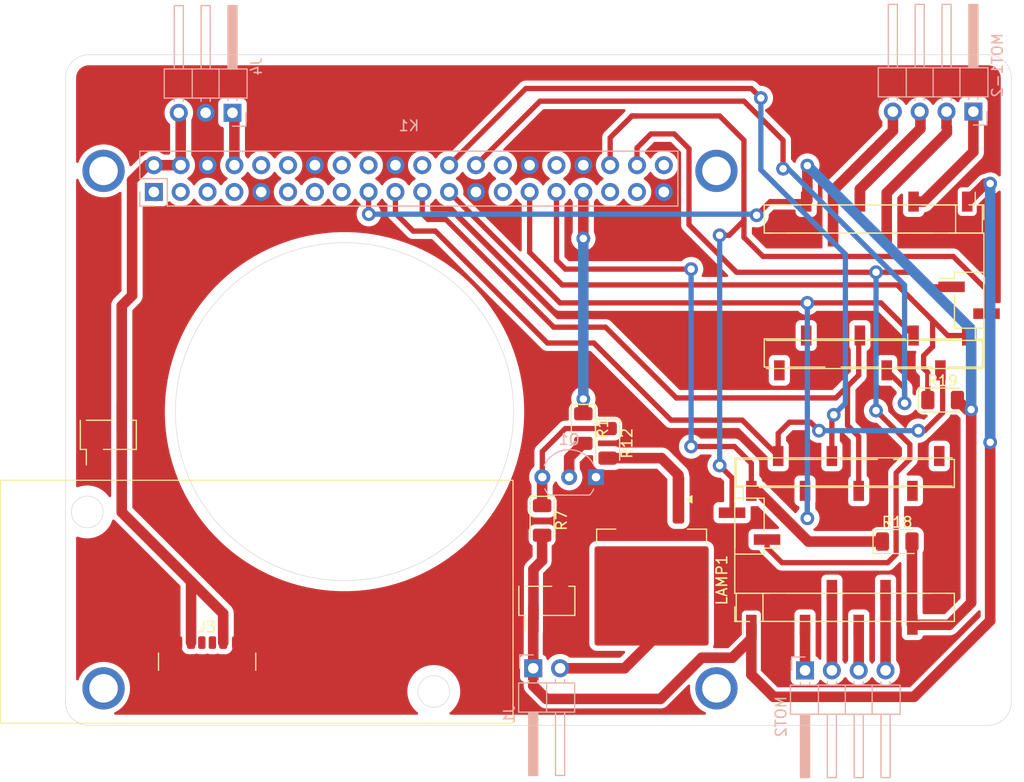
<source format=kicad_pcb>
(kicad_pcb (version 20241229) (generator "pcbnew") (generator_version "9.0")
  (layers (0 "F.Cu" signal) (2 "B.Cu" signal) (13 "F.Paste" user) (15 "B.Paste" user) (5 "F.SilkS" user "F.Silkscreen") (7 "B.SilkS" user "B.Silkscreen") (1 "F.Mask" user) (3 "B.Mask" user) (25 "Edge.Cuts" user))
  (net 0 "")
  (net 1 "GND")
  (net 2 "+3V3")
  (net 3 "+12V")
  (net 4 "/GPIO23")
  (net 5 "Net-(CTRL1-A2)")
  (net 7 "/SPI0_MOSI")
  (net 8 "/GPIO20")
  (net 10 "Net-(CTRL1-B2)")
  (net 11 "/GPIO16")
  (net 12 "/SPI0_CE0")
  (net 13 "Net-(CTRL1-A1)")
  (net 14 "Net-(CTRL1-B1)")
  (net 15 "/GPIO5")
  (net 16 "/SPI0_CE1")
  (net 17 "/I2C1_SDA")
  (net 18 "/GPIO22")
  (net 19 "/I2C1_SCL")
  (net 20 "/GPIO18{slash}PWM0")
  (net 21 "/EEPROM_SDA")
  (net 22 "/SPI0_MISO")
  (net 23 "/SPI0_SCLK")
  (net 24 "LAMP")
  (net 25 "/GPIO6")
  (net 27 "/UART_TX")
  (net 28 "/GPIO17")
  (net 29 "/EEPROM_SCL")
  (net 30 "/GPIO4")
  (net 31 "/GPIO21")
  (net 32 "/GPIO19")
  (net 33 "/UART_RX")
  (net 34 "/GPIO27")
  (net 35 "/GPIO13{slash}PWM1")
  (net 36 "/GPIO26")
  (net 37 "+5V{slash}1")
  (net 38 "/GPIO24")
  (net 39 "/GPIO25")
  (net 40 "/GPIO12{slash}PWM0")
  (net 41 "Net-(LAMP1-G)")
  (net 42 "Net-(Q1-B)")
  (net 43 "Net-(Q1-C)")
  (net 46 "Net-(CTRL2-B1)")
  (net 47 "Net-(CTRL2-B2)")
  (net 50 "Net-(CTRL2-A2)")
  (net 51 "Net-(CTRL2-A1)")
  (footprint "Diode_SMD:D_1206_3216Metric" (layer "F.Cu") (at 116.8 70.5 -90)
    (property "Reference" "R12" (at 0 -1.83 90) (layer "F.SilkS"))
    (property "Value" "100")
    (pad "1" smd roundrect (at -1.4 0 270) (size 1.25 1.75) (layers "F.Cu" "F.Mask" "F.Paste") (roundrect_rratio 0.2) (net 43 "Net-(Q1-C)"))
    (pad "2" smd roundrect (at 1.4 0 270) (size 1.25 1.75) (layers "F.Cu" "F.Mask" "F.Paste") (roundrect_rratio 0.2) (net 41 "Net-(LAMP1-G)"))
  )
  (footprint "Diode_SMD:D_1206_3216Metric" (layer "F.Cu") (at 144.2 79.8)
    (property "Reference" "R18" (at 0 -1.83 0) (layer "F.SilkS"))
    (property "Value" "10k")
    (pad "1" smd roundrect (at -1.4 0) (size 1.25 1.75) (layers "F.Cu" "F.Mask" "F.Paste") (roundrect_rratio 0.2) (net 25 "/GPIO6"))
    (pad "2" smd roundrect (at 1.4 0) (size 1.25 1.75) (layers "F.Cu" "F.Mask" "F.Paste") (roundrect_rratio 0.2) (net 2 "+3V3"))
  )
  (footprint "Diode_SMD:D_1206_3216Metric" (layer "F.Cu") (at 114.5 69.1 -90)
    (property "Reference" "R1" (at 0 -1.83 90) (layer "F.SilkS"))
    (property "Value" "4.7k")
    (pad "1" smd roundrect (at -1.4 0 270) (size 1.25 1.75) (layers "F.Cu" "F.Mask" "F.Paste") (roundrect_rratio 0.2) (net 35 "/GPIO13{slash}PWM1"))
    (pad "2" smd roundrect (at 1.4 0 270) (size 1.25 1.75) (layers "F.Cu" "F.Mask" "F.Paste") (roundrect_rratio 0.2) (net 42 "Net-(Q1-B)"))
  )
  (footprint "Diode_SMD:D_1206_3216Metric" (layer "F.Cu") (at 148.5 66.4)
    (property "Reference" "R19" (at 0 -1.83 0) (layer "F.SilkS"))
    (property "Value" "10k")
    (pad "1" smd roundrect (at -1.4 0) (size 1.25 1.75) (layers "F.Cu" "F.Mask" "F.Paste") (roundrect_rratio 0.2) (net 15 "/GPIO5"))
    (pad "2" smd roundrect (at 1.4 0) (size 1.25 1.75) (layers "F.Cu" "F.Mask" "F.Paste") (roundrect_rratio 0.2) (net 2 "+3V3"))
  )
  (footprint "mioss:tmc5160 driver" (layer "F.Cu") (at 139.09 79.88 90)
    (property "Reference" "CTRL1" (hide yes))
    (property "Value" "TMC5160_SILENTSTEPSTICK" (hide yes))
    (pad "1" smd rect (at -7.8 -8.69 90) (size 1.9 1) (layers "F.Cu" "F.Mask" "F.Paste") (net 3 "+12V"))
    (pad "2" smd rect (at -4.5 -6.15 90) (size 1.9 1) (layers "F.Cu" "F.Mask" "F.Paste") (net 1 "GND"))
    (pad "3" smd rect (at -7.8 -3.61 90) (size 1.9 1) (layers "F.Cu" "F.Mask" "F.Paste") (net 5 "Net-(CTRL1-A2)"))
    (pad "4" smd rect (at -4.5 -1.07 90) (size 1.9 1) (layers "F.Cu" "F.Mask" "F.Paste") (net 13 "Net-(CTRL1-A1)"))
    (pad "5" smd rect (at -7.8 1.47 90) (size 1.9 1) (layers "F.Cu" "F.Mask" "F.Paste") (net 10 "Net-(CTRL1-B2)"))
    (pad "6" smd rect (at -4.5 4.01 90) (size 1.9 1) (layers "F.Cu" "F.Mask" "F.Paste") (net 14 "Net-(CTRL1-B1)"))
    (pad "7" smd rect (at -7.8 6.55 90) (size 1.9 1) (layers "F.Cu" "F.Mask" "F.Paste") (net 2 "+3V3"))
    (pad "8" smd rect (at -4.5 9.09 90) (size 1.9 1) (layers "F.Cu" "F.Mask" "F.Paste") (net 1 "GND"))
    (pad "9" smd rect (at 4.88 -8.69 90) (size 1.9 1) (layers "F.Cu" "F.Mask" "F.Paste") (net 25 "/GPIO6"))
    (pad "10" smd rect (at 8.18 -6.15 90) (size 1.9 1) (layers "F.Cu" "F.Mask" "F.Paste") (net 7 "/SPI0_MOSI"))
    (pad "11" smd rect (at 4.88 -3.61 90) (size 1.9 1) (layers "F.Cu" "F.Mask" "F.Paste") (net 23 "/SPI0_SCLK"))
    (pad "12" smd rect (at 8.18 -1.07 90) (size 1.9 1) (layers "F.Cu" "F.Mask" "F.Paste") (net 12 "/SPI0_CE0"))
    (pad "13" smd rect (at 4.88 1.47 90) (size 1.9 1) (layers "F.Cu" "F.Mask" "F.Paste") (net 22 "/SPI0_MISO"))
    (pad "14" smd rect (at 8.18 4.01 90) (size 1.9 1) (layers "F.Cu" "F.Mask" "F.Paste") (net 1 "GND"))
    (pad "15" smd rect (at 4.88 6.55 90) (size 1.9 1) (layers "F.Cu" "F.Mask" "F.Paste"))
    (pad "16" smd rect (at 8.18 9.09 90) (size 1.9 1) (layers "F.Cu" "F.Mask" "F.Paste"))
    (pad "17" smd rect (at 2.81 -10.515 180) (size 2.51 1) (layers "F.Cu" "F.Mask" "F.Paste") (net 11 "/GPIO16"))
    (pad "18" smd rect (at 0.27 -7.205 180) (size 2.51 1) (layers "F.Cu" "F.Mask" "F.Paste") (net 8 "/GPIO20"))
  )
  (footprint "mioss:dc-dc up" (layer "F.Cu") (at 136.85 67.695)
    (property "Reference" "J2" (hide yes))
    (property "Value" "Conn_01x04_Pin" (hide yes))
    (fp_circle (center -69.3 9.3) (end -67.8 9.3) (stroke (width 0.05)) (fill no) (layer "Edge.Cuts"))
    (fp_circle (center -36.5 26.3) (end -35 26.3) (stroke (width 0.05)) (fill no) (layer "Edge.Cuts"))
    (pad "1" smd rect (at -27.07 19.375 90) (size 2.51 1) (layers "F.Cu" "F.Mask" "F.Paste") (net 3 "+12V"))
    (pad "2" smd rect (at -24.53 16.065 90) (size 2.51 1) (layers "F.Cu" "F.Mask" "F.Paste") (net 1 "GND"))
    (pad "3" smd rect (at -68.57 3.655 90) (size 2.51 1) (layers "F.Cu" "F.Mask" "F.Paste") (net 1 "GND"))
    (pad "4" smd rect (at -66.03 0.345 90) (size 2.51 1) (layers "F.Cu" "F.Mask" "F.Paste") (net 37 "+5V{slash}1"))
  )
  (footprint "Package_TO_SOT_SMD:TO-263-2" (layer "F.Cu") (at 120.96 83.45 -90)
    (property "Reference" "LAMP1" (at 0 -6.65 90) (layer "F.SilkS"))
    (property "Value" "IRF540N")
    (pad "1" smd roundrect (at -7.65 -2.54 270) (size 4.6 1.1) (layers "F.Cu" "F.Mask" "F.Paste") (roundrect_rratio 0.227273) (net 41 "Net-(LAMP1-G)"))
    (pad "2" smd roundrect (at 1.5 0 270) (size 9.4 10.8) (layers "F.Cu" "F.Mask") (roundrect_rratio 0.026596) (net 24 "LAMP"))
    (pad "3" smd roundrect (at -7.65 2.54 270) (size 4.6 1.1) (layers "F.Cu" "F.Mask" "F.Paste") (roundrect_rratio 0.227273) (net 1 "GND"))
  )
  (footprint "Connector_USB:USB_C_Receptacle_GCT_USB4135-GF-A_6P_TopMnt_Horizontal" (layer "F.Cu") (at 78.9 92.4)
    (property "Reference" "J3" (at 0 -4.5 0) (layer "F.SilkS"))
    (property "Value" "USB_C_Receptacle_PowerOnly_6P")
    (pad "A5" smd roundrect (at -0.5 -3.0325) (size 0.7 1.2) (layers "F.Cu" "F.Mask" "F.Paste"))
    (pad "A9" smd roundrect (at 1.52 -3.0325 180) (size 0.76 1.2) (layers "F.Cu" "F.Mask" "F.Paste") (net 37 "+5V{slash}1"))
    (pad "A12" smd roundrect (at 2.75 -3.0325 180) (size 0.8 1.2) (layers "F.Cu" "F.Mask" "F.Paste") (net 1 "GND"))
    (pad "B5" smd roundrect (at 0.5 -3.0325 180) (size 0.7 1.2) (layers "F.Cu" "F.Mask" "F.Paste"))
    (pad "B9" smd roundrect (at -1.52 -3.0325) (size 0.76 1.2) (layers "F.Cu" "F.Mask" "F.Paste") (net 37 "+5V{slash}1"))
    (pad "B12" smd roundrect (at -2.75 -3.0325) (size 0.8 1.2) (layers "F.Cu" "F.Mask" "F.Paste") (net 1 "GND"))
    (pad "S1" smd roundrect (at -5.125 -2.9775) (size 1.8 1.35) (layers "F.Cu" "F.Mask" "F.Paste") (roundrect_rratio 0.1851851852) (net 1 "GND"))
    (pad "S1" smd roundrect (at -5.125 0.6025) (size 1.8 1.5) (layers "F.Cu" "F.Mask" "F.Paste") (roundrect_rratio 0.1666666667) (net 1 "GND"))
    (pad "S1" smd roundrect (at 5.125 -2.9775) (size 1.8 1.35) (layers "F.Cu" "F.Mask" "F.Paste") (roundrect_rratio 0.1851851852) (net 1 "GND"))
    (pad "S1" smd roundrect (at 5.125 0.6025) (size 1.8 1.5) (layers "F.Cu" "F.Mask" "F.Paste") (roundrect_rratio 0.1666666667) (net 1 "GND"))
  )
  (footprint "mioss:tmc5160 driver" (layer "F.Cu") (at 142.14 55.41 -90)
    (property "Reference" "CTRL2" (hide yes))
    (property "Value" "TMC5160_SILENTSTEPSTICK" (hide yes))
    (pad "1" smd rect (at -7.8 -8.69 270) (size 1.9 1) (layers "F.Cu" "F.Mask" "F.Paste") (net 3 "+12V"))
    (pad "2" smd rect (at -4.5 -6.15 270) (size 1.9 1) (layers "F.Cu" "F.Mask" "F.Paste") (net 1 "GND"))
    (pad "3" smd rect (at -7.8 -3.61 270) (size 1.9 1) (layers "F.Cu" "F.Mask" "F.Paste") (net 50 "Net-(CTRL2-A2)"))
    (pad "4" smd rect (at -4.5 -1.07 270) (size 1.9 1) (layers "F.Cu" "F.Mask" "F.Paste") (net 51 "Net-(CTRL2-A1)"))
    (pad "5" smd rect (at -7.8 1.47 270) (size 1.9 1) (layers "F.Cu" "F.Mask" "F.Paste") (net 47 "Net-(CTRL2-B2)"))
    (pad "6" smd rect (at -4.5 4.01 270) (size 1.9 1) (layers "F.Cu" "F.Mask" "F.Paste") (net 46 "Net-(CTRL2-B1)"))
    (pad "7" smd rect (at -7.8 6.55 270) (size 1.9 1) (layers "F.Cu" "F.Mask" "F.Paste") (net 2 "+3V3"))
    (pad "8" smd rect (at -4.5 9.09 270) (size 1.9 1) (layers "F.Cu" "F.Mask" "F.Paste") (net 1 "GND"))
    (pad "9" smd rect (at 4.88 -8.69 270) (size 1.9 1) (layers "F.Cu" "F.Mask" "F.Paste") (net 15 "/GPIO5"))
    (pad "10" smd rect (at 8.18 -6.15 270) (size 1.9 1) (layers "F.Cu" "F.Mask" "F.Paste") (net 7 "/SPI0_MOSI"))
    (pad "11" smd rect (at 4.88 -3.61 270) (size 1.9 1) (layers "F.Cu" "F.Mask" "F.Paste") (net 23 "/SPI0_SCLK"))
    (pad "12" smd rect (at 8.18 -1.07 270) (size 1.9 1) (layers "F.Cu" "F.Mask" "F.Paste") (net 16 "/SPI0_CE1"))
    (pad "13" smd rect (at 4.88 1.47 270) (size 1.9 1) (layers "F.Cu" "F.Mask" "F.Paste") (net 22 "/SPI0_MISO"))
    (pad "14" smd rect (at 8.18 4.01 270) (size 1.9 1) (layers "F.Cu" "F.Mask" "F.Paste") (net 1 "GND"))
    (pad "15" smd rect (at 4.88 6.55 270) (size 1.9 1) (layers "F.Cu" "F.Mask" "F.Paste"))
    (pad "16" smd rect (at 8.18 9.09 270) (size 1.9 1) (layers "F.Cu" "F.Mask" "F.Paste"))
    (pad "17" smd rect (at 2.81 -10.515) (size 2.51 1) (layers "F.Cu" "F.Mask" "F.Paste") (net 11 "/GPIO16"))
    (pad "18" smd rect (at 0.27 -7.205) (size 2.51 1) (layers "F.Cu" "F.Mask" "F.Paste") (net 8 "/GPIO20"))
  )
  (footprint "Diode_SMD:D_1206_3216Metric" (layer "F.Cu") (at 110.6 77.8 -90)
    (property "Reference" "R7" (at 0 -1.83 90) (layer "F.SilkS"))
    (property "Value" "10k")
    (pad "1" smd roundrect (at -1.4 0 270) (size 1.25 1.75) (layers "F.Cu" "F.Mask" "F.Paste") (roundrect_rratio 0.2) (net 43 "Net-(Q1-C)"))
    (pad "2" smd roundrect (at 1.4 0 270) (size 1.25 1.75) (layers "F.Cu" "F.Mask" "F.Paste") (roundrect_rratio 0.2) (net 3 "+12V"))
  )
  (footprint "Connector_PinHeader_2.54mm:PinHeader_1x04_P2.54mm_Horizontal" (layer "B.Cu") (at 135.48 92 -90)
    (property "Reference" "MOT2" (at 4.385 2.27 90) (layer "B.SilkS") (effects (justify mirror)))
    (property "Value" "1984633")
    (pad "1" thru_hole rect (at 0 0 270) (size 1.7 1.7) (drill 1) (layers "*.Cu" "*.Mask") (net 5 "Net-(CTRL1-A2)"))
    (pad "2" thru_hole circle (at 0 -2.54 270) (size 1.7 1.7) (drill 1) (layers "*.Cu" "*.Mask") (net 13 "Net-(CTRL1-A1)"))
    (pad "3" thru_hole circle (at 0 -5.08 270) (size 1.7 1.7) (drill 1) (layers "*.Cu" "*.Mask") (net 10 "Net-(CTRL1-B2)"))
    (pad "4" thru_hole circle (at 0 -7.62 270) (size 1.7 1.7) (drill 1) (layers "*.Cu" "*.Mask") (net 14 "Net-(CTRL1-B1)"))
  )
  (footprint "Connector_PinHeader_2.54mm:PinHeader_1x03_P2.54mm_Horizontal" (layer "B.Cu") (at 81.3 39.2 90)
    (property "Reference" "J4" (at 4.385 2.27 90) (layer "B.SilkS") (effects (justify mirror)))
    (property "Value" "FAN")
    (pad "1" thru_hole rect (at 0 0 90) (size 1.7 1.7) (drill 1) (layers "*.Cu" "*.Mask") (net 27 "/UART_TX"))
    (pad "2" thru_hole circle (at 0 -2.54 90) (size 1.7 1.7) (drill 1) (layers "*.Cu" "*.Mask") (net 1 "GND"))
    (pad "3" thru_hole circle (at 0 -5.08 90) (size 1.7 1.7) (drill 1) (layers "*.Cu" "*.Mask") (net 37 "+5V{slash}1"))
  )
  (footprint "Module:Raspberry_Pi_Zero_Socketed_THT_FaceDown_MountingHoles" (layer "B.Cu") (at 73.86 46.7 -90)
    (property "Reference" "K1" (at -6.27 -24.13 0) (layer "B.SilkS") (effects (justify mirror)))
    (property "Value" "SSQ-120-04-T-D")
    (pad "1" thru_hole rect (at 0 0 270) (size 1.7 1.7) (drill 1) (layers "*.Cu" "*.Mask"))
    (pad "2" thru_hole oval (at -2.54 0 270) (size 1.7 1.7) (drill 1) (layers "*.Cu" "*.Mask") (net 37 "+5V{slash}1"))
    (pad "3" thru_hole oval (at 0 -2.54 270) (size 1.7 1.7) (drill 1) (layers "*.Cu" "*.Mask") (net 17 "/I2C1_SDA"))
    (pad "4" thru_hole oval (at -2.54 -2.54 270) (size 1.7 1.7) (drill 1) (layers "*.Cu" "*.Mask") (net 37 "+5V{slash}1"))
    (pad "5" thru_hole oval (at 0 -5.08 270) (size 1.7 1.7) (drill 1) (layers "*.Cu" "*.Mask") (net 19 "/I2C1_SCL"))
    (pad "6" thru_hole oval (at -2.54 -5.08 270) (size 1.7 1.7) (drill 1) (layers "*.Cu" "*.Mask") (net 1 "GND"))
    (pad "7" thru_hole oval (at 0 -7.62 270) (size 1.7 1.7) (drill 1) (layers "*.Cu" "*.Mask") (net 30 "/GPIO4"))
    (pad "8" thru_hole oval (at -2.54 -7.62 270) (size 1.7 1.7) (drill 1) (layers "*.Cu" "*.Mask") (net 27 "/UART_TX"))
    (pad "9" thru_hole oval (at 0 -10.16 270) (size 1.7 1.7) (drill 1) (layers "*.Cu" "*.Mask") (net 1 "GND"))
    (pad "10" thru_hole oval (at -2.54 -10.16 270) (size 1.7 1.7) (drill 1) (layers "*.Cu" "*.Mask") (net 33 "/UART_RX"))
    (pad "11" thru_hole oval (at 0 -12.7 270) (size 1.7 1.7) (drill 1) (layers "*.Cu" "*.Mask") (net 28 "/GPIO17"))
    (pad "12" thru_hole oval (at -2.54 -12.7 270) (size 1.7 1.7) (drill 1) (layers "*.Cu" "*.Mask") (net 20 "/GPIO18{slash}PWM0"))
    (pad "13" thru_hole oval (at 0 -15.24 270) (size 1.7 1.7) (drill 1) (layers "*.Cu" "*.Mask") (net 34 "/GPIO27"))
    (pad "14" thru_hole oval (at -2.54 -15.24 270) (size 1.7 1.7) (drill 1) (layers "*.Cu" "*.Mask") (net 1 "GND"))
    (pad "15" thru_hole oval (at 0 -17.78 270) (size 1.7 1.7) (drill 1) (layers "*.Cu" "*.Mask") (net 18 "/GPIO22"))
    (pad "16" thru_hole oval (at -2.54 -17.78 270) (size 1.7 1.7) (drill 1) (layers "*.Cu" "*.Mask") (net 4 "/GPIO23"))
    (pad "17" thru_hole oval (at 0 -20.32 270) (size 1.7 1.7) (drill 1) (layers "*.Cu" "*.Mask") (net 2 "+3V3"))
    (pad "18" thru_hole oval (at -2.54 -20.32 270) (size 1.7 1.7) (drill 1) (layers "*.Cu" "*.Mask") (net 38 "/GPIO24"))
    (pad "19" thru_hole oval (at 0 -22.86 270) (size 1.7 1.7) (drill 1) (layers "*.Cu" "*.Mask") (net 7 "/SPI0_MOSI"))
    (pad "20" thru_hole oval (at -2.54 -22.86 270) (size 1.7 1.7) (drill 1) (layers "*.Cu" "*.Mask") (net 1 "GND"))
    (pad "21" thru_hole oval (at 0 -25.4 270) (size 1.7 1.7) (drill 1) (layers "*.Cu" "*.Mask") (net 22 "/SPI0_MISO"))
    (pad "22" thru_hole oval (at -2.54 -25.4 270) (size 1.7 1.7) (drill 1) (layers "*.Cu" "*.Mask") (net 39 "/GPIO25"))
    (pad "23" thru_hole oval (at 0 -27.94 270) (size 1.7 1.7) (drill 1) (layers "*.Cu" "*.Mask") (net 23 "/SPI0_SCLK"))
    (pad "24" thru_hole oval (at -2.54 -27.94 270) (size 1.7 1.7) (drill 1) (layers "*.Cu" "*.Mask") (net 12 "/SPI0_CE0"))
    (pad "25" thru_hole oval (at 0 -30.48 270) (size 1.7 1.7) (drill 1) (layers "*.Cu" "*.Mask") (net 1 "GND"))
    (pad "26" thru_hole oval (at -2.54 -30.48 270) (size 1.7 1.7) (drill 1) (layers "*.Cu" "*.Mask") (net 16 "/SPI0_CE1"))
    (pad "27" thru_hole oval (at 0 -33.02 270) (size 1.7 1.7) (drill 1) (layers "*.Cu" "*.Mask") (net 21 "/EEPROM_SDA"))
    (pad "28" thru_hole oval (at -2.54 -33.02 270) (size 1.7 1.7) (drill 1) (layers "*.Cu" "*.Mask") (net 29 "/EEPROM_SCL"))
    (pad "29" thru_hole oval (at 0 -35.56 270) (size 1.7 1.7) (drill 1) (layers "*.Cu" "*.Mask") (net 15 "/GPIO5"))
    (pad "30" thru_hole oval (at -2.54 -35.56 270) (size 1.7 1.7) (drill 1) (layers "*.Cu" "*.Mask") (net 1 "GND"))
    (pad "31" thru_hole oval (at 0 -38.1 270) (size 1.7 1.7) (drill 1) (layers "*.Cu" "*.Mask") (net 25 "/GPIO6"))
    (pad "32" thru_hole oval (at -2.54 -38.1 270) (size 1.7 1.7) (drill 1) (layers "*.Cu" "*.Mask") (net 40 "/GPIO12{slash}PWM0"))
    (pad "33" thru_hole oval (at 0 -40.64 270) (size 1.7 1.7) (drill 1) (layers "*.Cu" "*.Mask") (net 35 "/GPIO13{slash}PWM1"))
    (pad "34" thru_hole oval (at -2.54 -40.64 270) (size 1.7 1.7) (drill 1) (layers "*.Cu" "*.Mask") (net 1 "GND"))
    (pad "35" thru_hole oval (at 0 -43.18 270) (size 1.7 1.7) (drill 1) (layers "*.Cu" "*.Mask") (net 32 "/GPIO19"))
    (pad "36" thru_hole oval (at -2.54 -43.18 270) (size 1.7 1.7) (drill 1) (layers "*.Cu" "*.Mask") (net 11 "/GPIO16"))
    (pad "37" thru_hole oval (at 0 -45.72 270) (size 1.7 1.7) (drill 1) (layers "*.Cu" "*.Mask") (net 36 "/GPIO26"))
    (pad "38" thru_hole oval (at -2.54 -45.72 270) (size 1.7 1.7) (drill 1) (layers "*.Cu" "*.Mask") (net 8 "/GPIO20"))
    (pad "39" thru_hole oval (at 0 -48.26 270) (size 1.7 1.7) (drill 1) (layers "*.Cu" "*.Mask") (net 1 "GND"))
    (pad "40" thru_hole oval (at -2.54 -48.26 270) (size 1.7 1.7) (drill 1) (layers "*.Cu" "*.Mask") (net 31 "/GPIO21"))
  )
  (footprint "Connector_PinHeader_2.54mm:PinHeader_1x02_P2.54mm_Horizontal" (layer "B.Cu") (at 109.76 91.8 -90)
    (property "Reference" "J1" (at 4.385 2.27 90) (layer "B.SilkS") (effects (justify mirror)))
    (property "Value" "Conn_01x02_Pin")
    (pad "1" thru_hole rect (at 0 0 270) (size 1.7 1.7) (drill 1) (layers "*.Cu" "*.Mask") (net 3 "+12V"))
    (pad "2" thru_hole circle (at 0 -2.54 270) (size 1.7 1.7) (drill 1) (layers "*.Cu" "*.Mask") (net 24 "LAMP"))
  )
  (footprint "Package_TO_SOT_THT:TO-92L_Inline_Wide" (layer "B.Cu") (at 115.7 73.7 180)
    (property "Reference" "Q1" (at 2.54 3.56 0) (layer "B.SilkS") (effects (justify mirror)))
    (property "Value" "Q_NPN_EBC")
    (pad "1" thru_hole rect (at 0 0 180) (size 1.5 1.5) (drill 0.8) (layers "*.Cu" "*.Mask") (net 1 "GND"))
    (pad "2" thru_hole circle (at 2.54 0 180) (size 1.5 1.5) (drill 0.8) (layers "*.Cu" "*.Mask") (net 42 "Net-(Q1-B)"))
    (pad "3" thru_hole circle (at 5.08 0 180) (size 1.5 1.5) (drill 0.8) (layers "*.Cu" "*.Mask") (net 43 "Net-(Q1-C)"))
  )
  (footprint "Connector_PinHeader_2.54mm:PinHeader_1x04_P2.54mm_Horizontal" (layer "B.Cu") (at 151.41 39.085 90)
    (property "Reference" "MOT1-2" (at 4.385 2.27 90) (layer "B.SilkS") (effects (justify mirror)))
    (property "Value" "1984633")
    (pad "1" thru_hole rect (at 0 0 90) (size 1.7 1.7) (drill 1) (layers "*.Cu" "*.Mask") (net 50 "Net-(CTRL2-A2)"))
    (pad "2" thru_hole circle (at 0 -2.54 90) (size 1.7 1.7) (drill 1) (layers "*.Cu" "*.Mask") (net 51 "Net-(CTRL2-A1)"))
    (pad "3" thru_hole circle (at 0 -5.08 90) (size 1.7 1.7) (drill 1) (layers "*.Cu" "*.Mask") (net 47 "Net-(CTRL2-B2)"))
    (pad "4" thru_hole circle (at 0 -7.62 90) (size 1.7 1.7) (drill 1) (layers "*.Cu" "*.Mask") (net 46 "Net-(CTRL2-B1)"))
  )
  (gr_arc (start 155 95) (mid 154.355635 96.555635) (end 152.8 97.2) (stroke (width 0.05)) (layer "Edge.Cuts"))
  (gr_arc (start 65.5 35.9) (mid 66.144365 34.344365) (end 67.7 33.7) (stroke (width 0.05)) (layer "Edge.Cuts"))
  (gr_line (start 155 95) (end 155 35.9) (stroke (width 0.05)) (layer "Edge.Cuts"))
  (gr_arc (start 67.7 97.2) (mid 66.144365 96.555635) (end 65.5 95) (stroke (width 0.05)) (layer "Edge.Cuts"))
  (gr_line (start 67.7 97.2) (end 152.8 97.2) (stroke (width 0.05)) (layer "Edge.Cuts"))
  (gr_line (start 67.7 33.7) (end 152.8 33.7) (stroke (width 0.05)) (layer "Edge.Cuts"))
  (gr_circle (center 91.9 67.5) (end 107.9 67.5) (stroke (width 0.05)) (fill no) (layer "Edge.Cuts"))
  (gr_arc (start 152.8 33.7) (mid 154.355635 34.344365) (end 155 35.9) (stroke (width 0.05)) (layer "Edge.Cuts"))
  (gr_line (start 65.5 35.9) (end 65.5 95.2) (stroke (width 0.05)) (layer "Edge.Cuts"))
  (via (at 69.1 44.7) (size 4) (drill 2.7) (layers "F.Cu" "B.Cu") (net 0))
  (via (at 127.1 93.7) (size 4) (drill 2.7) (layers "F.Cu" "B.Cu") (net 0))
  (via (at 127.1 44.7) (size 4) (drill 2.7) (layers "F.Cu" "B.Cu") (net 0))
  (via (at 69.1 93.7) (size 4) (drill 2.7) (layers "F.Cu" "B.Cu") (net 0))
  (segment (start 151.2 85.6) (end 151.2 67.3) (width 1) (layer "F.Cu") (net 2))
  (segment (start 130.9 48.9) (end 132.19 47.61) (width 0.5) (layer "F.Cu") (net 2))
  (segment (start 150.8 67.3) (end 149.9 66.4) (width 1) (layer "F.Cu") (net 2))
  (segment (start 150.9 85.9) (end 151.2 85.6) (width 1) (layer "F.Cu") (net 2))
  (segment (start 145.6 79.8) (end 145.6 87.64) (width 1) (layer "F.Cu") (net 2))
  (segment (start 149.12 87.68) (end 150.9 85.9) (width 1) (layer "F.Cu") (net 2))
  (segment (start 135.7 47.5) (end 135.59 47.61) (width 1) (layer "F.Cu") (net 2))
  (segment (start 135.7 44.2) (end 135.7 47.5) (width 1) (layer "F.Cu") (net 2))
  (segment (start 145.64 87.68) (end 149.12 87.68) (width 1) (layer "F.Cu") (net 2))
  (segment (start 151.2 67.3) (end 150.8 67.3) (width 1) (layer "F.Cu") (net 2))
  (segment (start 132.19 47.61) (end 135.59 47.61) (width 0.5) (layer "F.Cu") (net 2))
  (segment (start 94.18 48.78) (end 94.2 48.8) (width 0.5) (layer "F.Cu") (net 2))
  (segment (start 94.18 46.7) (end 94.18 48.78) (width 0.5) (layer "F.Cu") (net 2))
  (segment (start 145.6 87.64) (end 145.64 87.68) (width 1) (layer "F.Cu") (net 2))
  (via (at 94.2 48.8) (size 1.3) (drill 0.7) (layers "F.Cu" "B.Cu") (net 2))
  (via (at 130.9 48.9) (size 1.3) (drill 0.7) (layers "F.Cu" "B.Cu") (net 2))
  (via (at 151.2 67.3) (size 1.3) (drill 0.7) (layers "F.Cu" "B.Cu") (net 2))
  (via (at 135.7 44.2) (size 1.3) (drill 0.7) (layers "F.Cu" "B.Cu") (net 2))
  (segment (start 151.2 59.7) (end 135.7 44.2) (width 1) (layer "B.Cu") (net 2))
  (segment (start 94.2 48.8) (end 130.8 48.8) (width 0.5) (layer "B.Cu") (net 2))
  (segment (start 151.2 67.3) (end 151.2 59.7) (width 1) (layer "B.Cu") (net 2))
  (segment (start 130.8 48.8) (end 130.9 48.9) (width 0.5) (layer "B.Cu") (net 2))
  (segment (start 145.8 94.5) (end 152.5 87.8) (width 1) (layer "F.Cu") (net 3))
  (segment (start 152.5 87.8) (end 153 87.3) (width 1) (layer "F.Cu") (net 3))
  (segment (start 130.4 87.68) (end 130.4 92.4) (width 1) (layer "F.Cu") (net 3))
  (segment (start 125.701 90.799) (end 128.601 90.799) (width 1) (layer "F.Cu") (net 3))
  (segment (start 109.78 82.42) (end 110.6 81.6) (width 1) (layer "F.Cu") (net 3))
  (segment (start 130.4 89) (end 130.4 87.68) (width 1) (layer "F.Cu") (net 3))
  (segment (start 109.76 91.8) (end 109.76 93.46) (width 1) (layer "F.Cu") (net 3))
  (segment (start 130.4 92.4) (end 132.5 94.5) (width 1) (layer "F.Cu") (net 3))
  (segment (start 109.76 91.8) (end 109.76 87.09) (width 1) (layer "F.Cu") (net 3))
  (segment (start 132.5 94.5) (end 145.8 94.5) (width 1) (layer "F.Cu") (net 3))
  (segment (start 153 87.3) (end 153 70.4) (width 1) (layer "F.Cu") (net 3))
  (segment (start 128.601 90.799) (end 130.4 89) (width 1) (layer "F.Cu") (net 3))
  (segment (start 153 45.9) (end 152.54 45.9) (width 1) (layer "F.Cu") (net 3))
  (segment (start 110.6 81.6) (end 110.6 79.2) (width 1) (layer "F.Cu") (net 3))
  (segment (start 152.54 45.9) (end 150.83 47.61) (width 1) (layer "F.Cu") (net 3))
  (segment (start 111 94.7) (end 121.8 94.7) (width 1) (layer "F.Cu") (net 3))
  (segment (start 109.78 87.07) (end 109.78 82.42) (width 1) (layer "F.Cu") (net 3))
  (segment (start 109.76 87.09) (end 109.78 87.07) (width 1) (layer "F.Cu") (net 3))
  (segment (start 109.76 93.46) (end 111 94.7) (width 1) (layer "F.Cu") (net 3))
  (segment (start 121.8 94.7) (end 125.701 90.799) (width 1) (layer "F.Cu") (net 3))
  (via (at 153 45.9) (size 1.3) (drill 0.7) (layers "F.Cu" "B.Cu") (net 3))
  (via (at 153 70.4) (size 1.3) (drill 0.7) (layers "F.Cu" "B.Cu") (net 3))
  (segment (start 153 70.4) (end 153 45.9) (width 1) (layer "B.Cu") (net 3))
  (segment (start 135.48 92) (end 135.48 87.68) (width 1) (layer "F.Cu") (net 5))
  (segment (start 129.54 68.3) (end 122.8 68.3) (width 0.5) (layer "F.Cu") (net 7))
  (segment (start 96.72 48.72) (end 96.72 46.7) (width 0.5) (layer "F.Cu") (net 7))
  (segment (start 111.1 61) (end 100.5 50.4) (width 0.5) (layer "F.Cu") (net 7))
  (segment (start 148.5 63.8) (end 148.29 63.59) (width 0.5) (layer "F.Cu") (net 7))
  (segment (start 146.8 69.3) (end 148.5 67.6) (width 0.5) (layer "F.Cu") (net 7))
  (segment (start 146.2 69.3) (end 146.8 69.3) (width 0.5) (layer "F.Cu") (net 7))
  (segment (start 148.5 67.6) (end 148.5 63.8) (width 0.5) (layer "F.Cu") (net 7))
  (segment (start 132.94 71.7) (end 129.54 68.3) (width 0.5) (layer "F.Cu") (net 7))
  (segment (start 136 68.5) (end 134 68.5) (width 0.5) (layer "F.Cu") (net 7))
  (segment (start 100.5 50.4) (end 98.4 50.4) (width 0.5) (layer "F.Cu") (net 7))
  (segment (start 136.8 69.3) (end 136 68.5) (width 0.5) (layer "F.Cu") (net 7))
  (segment (start 134 68.5) (end 132.94 69.56) (width 0.5) (layer "F.Cu") (net 7))
  (segment (start 132.94 69.56) (end 132.94 71.7) (width 0.5) (layer "F.Cu") (net 7))
  (segment (start 122.8 68.3) (end 115.5 61) (width 0.5) (layer "F.Cu") (net 7))
  (segment (start 98.4 50.4) (end 96.72 48.72) (width 0.5) (layer "F.Cu") (net 7))
  (segment (start 115.5 61) (end 111.1 61) (width 0.5) (layer "F.Cu") (net 7))
  (via (at 136.8 69.3) (size 1.3) (drill 0.7) (layers "F.Cu" "B.Cu") (net 7))
  (via (at 146.2 69.3) (size 1.3) (drill 0.7) (layers "F.Cu" "B.Cu") (net 7))
  (segment (start 146.2 69.3) (end 136.8 69.3) (width 0.5) (layer "B.Cu") (net 7))
  (segment (start 129 54.3) (end 124.5 49.8) (width 0.5) (layer "F.Cu") (net 8))
  (segment (start 131.885 80.385) (end 133.3 81.8) (width 0.5) (layer "F.Cu") (net 8))
  (segment (start 143.3 81.8) (end 144.1 81) (width 0.5) (layer "F.Cu") (net 8))
  (segment (start 120.9 41.2) (end 119.58 42.52) (width 0.5) (layer "F.Cu") (net 8))
  (segment (start 145.4 72) (end 145.4 70.6) (width 0.5) (layer "F.Cu") (net 8))
  (segment (start 144.1 73.3) (end 145.4 72) (width 0.5) (layer "F.Cu") (net 8))
  (segment (start 119.58 42.52) (end 119.58 44.16) (width 0.5) (layer "F.Cu") (net 8))
  (segment (start 133.3 81.8) (end 143.3 81.8) (width 0.5) (layer "F.Cu") (net 8))
  (segment (start 144.1 81) (end 144.1 73.3) (width 0.5) (layer "F.Cu") (net 8))
  (segment (start 145.4 70.6) (end 142.2 67.4) (width 0.5) (layer "F.Cu") (net 8))
  (segment (start 131.885 79.61) (end 131.885 80.385) (width 0.5) (layer "F.Cu") (net 8))
  (segment (start 123.1 41.2) (end 120.9 41.2) (width 0.5) (layer "F.Cu") (net 8))
  (segment (start 147.08 55.68) (end 149.345 55.68) (width 0.5) (layer "F.Cu") (net 8))
  (segment (start 142.2 54.3) (end 129 54.3) (width 0.5) (layer "F.Cu") (net 8))
  (segment (start 142.2 54.3) (end 145.7 54.3) (width 0.5) (layer "F.Cu") (net 8))
  (segment (start 124.5 49.8) (end 124.5 42.6) (width 0.5) (layer "F.Cu") (net 8))
  (segment (start 145.7 54.3) (end 147.08 55.68) (width 0.5) (layer "F.Cu") (net 8))
  (segment (start 124.5 42.6) (end 123.1 41.2) (width 0.5) (layer "F.Cu") (net 8))
  (via (at 142.2 54.3) (size 1.3) (drill 0.7) (layers "F.Cu" "B.Cu") (net 8))
  (via (at 142.2 67.4) (size 1.3) (drill 0.7) (layers "F.Cu" "B.Cu") (net 8))
  (segment (start 142.2 67.4) (end 142.2 54.3) (width 0.5) (layer "B.Cu") (net 8))
  (segment (start 140.56 92) (end 140.56 87.68) (width 1) (layer "F.Cu") (net 10))
  (segment (start 152.655 55.955) (end 149.9 53.2) (width 0.5) (layer "F.Cu") (net 11))
  (segment (start 149.5 52.8) (end 148.7 52.8) (width 0.5) (layer "F.Cu") (net 11))
  (segment (start 152.655 58.22) (end 152.655 55.955) (width 0.5) (layer "F.Cu") (net 11))
  (segment (start 129.7 41.8) (end 127.4 39.5) (width 0.5) (layer "F.Cu") (net 11))
  (segment (start 149.9 53.2) (end 149.5 52.8) (width 0.5) (layer "F.Cu") (net 11))
  (segment (start 129.7 49.4) (end 129.7 41.8) (width 0.5) (layer "F.Cu") (net 11))
  (segment (start 148.7 52.8) (end 131.5 52.8) (width 0.5) (layer "F.Cu") (net 11))
  (segment (start 119.1 39.5) (end 117.04 41.56) (width 0.5) (layer "F.Cu") (net 11))
  (segment (start 119.6 39.5) (end 119.08 39.5) (width 0.5) (layer "F.Cu") (net 11))
  (segment (start 127.4 39.5) (end 119.6 39.5) (width 0.5) (layer "F.Cu") (net 11))
  (segment (start 127.4 50.8) (end 128.3 50.8) (width 0.5) (layer "F.Cu") (net 11))
  (segment (start 128.575 73.775) (end 127.4 72.6) (width 0.5) (layer "F.Cu") (net 11))
  (segment (start 117.04 41.56) (end 117.04 44.16) (width 0.5) (layer "F.Cu") (net 11))
  (segment (start 129.7 51) (end 129.7 49.4) (width 0.5) (layer "F.Cu") (net 11))
  (segment (start 119.6 39.5) (end 119.1 39.5) (width 0.5) (layer "F.Cu") (net 11))
  (segment (start 131.5 52.8) (end 129.7 51) (width 0.5) (layer "F.Cu") (net 11))
  (segment (start 128.575 77.07) (end 128.575 73.775) (width 0.5) (layer "F.Cu") (net 11))
  (segment (start 128.3 50.8) (end 129.7 49.4) (width 0.5) (layer "F.Cu") (net 11))
  (via (at 127.4 72.6) (size 1.3) (drill 0.7) (layers "F.Cu" "B.Cu") (net 11))
  (via (at 127.4 50.8) (size 1.3) (drill 0.7) (layers "F.Cu" "B.Cu") (net 11))
  (segment (start 127.4 72.6) (end 127.4 50.8) (width 0.5) (layer "B.Cu") (net 11))
  (segment (start 138.02 71.7) (end 138.02 67.98) (width 0.5) (layer "F.Cu") (net 12))
  (segment (start 109.06 36.9) (end 129.1 36.9) (width 0.5) (layer "F.Cu") (net 12))
  (segment (start 129.1 36.9) (end 130.4 36.9) (width 0.5) (layer "F.Cu") (net 12))
  (segment (start 130.4 36.9) (end 131.3 37.8) (width 0.5) (layer "F.Cu") (net 12))
  (segment (start 138.02 67.98) (end 138.2 67.8) (width 0.5) (layer "F.Cu") (net 12))
  (segment (start 101.8 44.16) (end 109.06 36.9) (width 0.5) (layer "F.Cu") (net 12))
  (via (at 138.2 67.8) (size 1.3) (drill 0.7) (layers "F.Cu" "B.Cu") (net 12))
  (via (at 131.3 37.8) (size 1.3) (drill 0.7) (layers "F.Cu" "B.Cu") (net 12))
  (segment (start 138.2 67.8) (end 139.3 66.7) (width 0.5) (layer "B.Cu") (net 12))
  (segment (start 139.3 66.7) (end 139.3 52.6) (width 0.5) (layer "B.Cu") (net 12))
  (segment (start 131.3 44.6) (end 131.3 37.8) (width 0.5) (layer "B.Cu") (net 12))
  (segment (start 139.3 52.6) (end 131.3 44.6) (width 0.5) (layer "B.Cu") (net 12))
  (segment (start 138.02 92) (end 138.02 84.38) (width 1) (layer "F.Cu") (net 13))
  (segment (start 143.1 92) (end 143.1 84.38) (width 1) (layer "F.Cu") (net 14))
  (segment (start 147.55 61.35) (end 146.7 62.2) (width 0.5) (layer "F.Cu") (net 15))
  (segment (start 112.5 55.5) (end 144.2 55.5) (width 0.5) (layer "F.Cu") (net 15))
  (segment (start 144.2 55.5) (end 147.4 58.7) (width 0.5) (layer "F.Cu") (net 15))
  (segment (start 147.1 63.8) (end 147.1 66.4) (width 0.5) (layer "F.Cu") (net 15))
  (segment (start 147.55 58.85) (end 147.55 61.35) (width 0.5) (layer "F.Cu") (net 15))
  (segment (start 109.42 46.7) (end 109.42 52.42) (width 0.5) (layer "F.Cu") (net 15))
  (segment (start 147.4 58.7) (end 147.55 58.85) (width 0.5) (layer "F.Cu") (net 15))
  (segment (start 146.7 62.2) (end 146.7 63.4) (width 0.5) (layer "F.Cu") (net 15))
  (segment (start 146.7 63.4) (end 147.1 63.8) (width 0.5) (layer "F.Cu") (net 15))
  (segment (start 147.4 58.7) (end 148.99 60.29) (width 0.5) (layer "F.Cu") (net 15))
  (segment (start 109.42 52.42) (end 112.5 55.5) (width 0.5) (layer "F.Cu") (net 15))
  (segment (start 148.99 60.29) (end 150.83 60.29) (width 0.5) (layer "F.Cu") (net 15))
  (segment (start 104.34 44.16) (end 110.4 38.1) (width 0.5) (layer "F.Cu") (net 16))
  (segment (start 144.9 66.7) (end 144.9 65.28) (width 0.5) (layer "F.Cu") (net 16))
  (segment (start 133.4 42.9) (end 133.4 44.5) (width 0.5) (layer "F.Cu") (net 16))
  (segment (start 144.9 65.28) (end 143.21 63.59) (width 0.5) (layer "F.Cu") (net 16))
  (segment (start 129.7 38.1) (end 133.4 41.8) (width 0.5) (layer "F.Cu") (net 16))
  (segment (start 110.4 38.1) (end 129.7 38.1) (width 0.5) (layer "F.Cu") (net 16))
  (segment (start 133.4 41.8) (end 133.4 42.9) (width 0.5) (layer "F.Cu") (net 16))
  (via (at 133.4 44.5) (size 1.3) (drill 0.7) (layers "F.Cu" "B.Cu") (net 16))
  (via (at 144.9 66.7) (size 1.3) (drill 0.7) (layers "F.Cu" "B.Cu") (net 16))
  (segment (start 144.9 55.513661) (end 144.9 66.7) (width 0.5) (layer "B.Cu") (net 16))
  (segment (start 133.886339 44.5) (end 144.9 55.513661) (width 0.5) (layer "B.Cu") (net 16))
  (segment (start 133.4 44.5) (end 133.886339 44.5) (width 0.5) (layer "B.Cu") (net 16))
  (segment (start 138.4 66.2) (end 123.3 66.2) (width 0.5) (layer "F.Cu") (net 22))
  (segment (start 140.56 69.86) (end 139.5 68.8) (width 0.5) (layer "F.Cu") (net 22))
  (segment (start 140.56 60.4) (end 140.67 60.29) (width 0.5) (layer "F.Cu") (net 22))
  (segment (start 140.56 64.04) (end 139.5 65.1) (width 0.5) (layer "F.Cu") (net 22))
  (segment (start 139.5 68.8) (end 139.5 65.1) (width 0.5) (layer "F.Cu") (net 22))
  (segment (start 116.6 59.5) (end 123.3 66.2) (width 0.5) (layer "F.Cu") (net 22))
  (segment (start 99.26 46.7) (end 99.26 48.76) (width 0.5) (layer "F.Cu") (net 22))
  (segment (start 140.56 63.7) (end 140.56 60.4) (width 0.5) (layer "F.Cu") (net 22))
  (segment (start 140.56 63.7) (end 140.56 64.04) (width 0.5) (layer "F.Cu") (net 22))
  (segment (start 99.26 48.76) (end 99.8 49.3) (width 0.5) (layer "F.Cu") (net 22))
  (segment (start 111.7 59.5) (end 116.6 59.5) (width 0.5) (layer "F.Cu") (net 22))
  (segment (start 140.56 75) (end 140.56 69.86) (width 0.5) (layer "F.Cu") (net 22))
  (segment (start 139.5 65.1) (end 138.4 66.2) (width 0.5) (layer "F.Cu") (net 22))
  (segment (start 101.5 49.3) (end 111.7 59.5) (width 0.5) (layer "F.Cu") (net 22))
  (segment (start 99.8 49.3) (end 101.5 49.3) (width 0.5) (layer "F.Cu") (net 22))
  (segment (start 135.7 75.22) (end 135.48 75) (width 0.5) (layer "F.Cu") (net 23))
  (segment (start 135.7 77.6) (end 135.7 75.22) (width 0.5) (layer "F.Cu") (net 23))
  (segment (start 142.66 57.2) (end 145.75 60.29) (width 0.5) (layer "F.Cu") (net 23))
  (segment (start 112.3 57.2) (end 135.7 57.2) (width 0.5) (layer "F.Cu") (net 23))
  (segment (start 135.7 57.2) (end 142.66 57.2) (width 0.5) (layer "F.Cu") (net 23))
  (segment (start 101.8 46.7) (end 112.3 57.2) (width 0.5) (layer "F.Cu") (net 23))
  (via (at 135.7 57.2) (size 1.3) (drill 0.7) (layers "F.Cu" "B.Cu") (net 23))
  (via (at 135.7 77.6) (size 1.3) (drill 0.7) (layers "F.Cu" "B.Cu") (net 23))
  (segment (start 135.7 57.2) (end 135.7 77.6) (width 0.5) (layer "B.Cu") (net 23))
  (segment (start 120.96 89.24) (end 120.96 84.95) (width 1) (layer "F.Cu") (net 24))
  (segment (start 112.3 91.8) (end 118.4 91.8) (width 1) (layer "F.Cu") (net 24))
  (segment (start 118.4 91.8) (end 120.96 89.24) (width 1) (layer "F.Cu") (net 24))
  (segment (start 128.8 70.8) (end 130.4 72.4) (width 0.5) (layer "F.Cu") (net 25))
  (segment (start 111.96 53.16) (end 112.8 54) (width 0.5) (layer "F.Cu") (net 25))
  (segment (start 130.4 72.4) (end 130.4 75) (width 0.5) (layer "F.Cu") (net 25))
  (segment (start 124.7 70.8) (end 128.8 70.8) (width 0.5) (layer "F.Cu") (net 25))
  (segment (start 112.8 54) (end 124.7 54) (width 0.5) (layer "F.Cu") (net 25))
  (segment (start 142.8 79.8) (end 135.8 79.8) (width 1) (layer "F.Cu") (net 25))
  (segment (start 135.8 79.8) (end 131 75) (width 1) (layer "F.Cu") (net 25))
  (segment (start 111.96 46.7) (end 111.96 53.16) (width 0.5) (layer "F.Cu") (net 25))
  (segment (start 131 75) (end 130.4 75) (width 1) (layer "F.Cu") (net 25))
  (via (at 124.7 54) (size 1.3) (drill 0.7) (layers "F.Cu" "B.Cu") (net 25))
  (via (at 124.7 70.8) (size 1.3) (drill 0.7) (layers "F.Cu" "B.Cu") (net 25))
  (segment (start 124.7 70.8) (end 124.7 54) (width 0.5) (layer "B.Cu") (net 25))
  (segment (start 81.48 44.16) (end 81.48 39.38) (width 1) (layer "F.Cu") (net 27))
  (segment (start 81.48 39.38) (end 81.3 39.2) (width 1) (layer "F.Cu") (net 27))
  (segment (start 114.5 67.7) (end 114.5 66.3) (width 1) (layer "F.Cu") (net 35))
  (segment (start 114.5 46.7) (end 114.5 51.1) (width 1) (layer "F.Cu") (net 35))
  (via (at 114.5 66.3) (size 1.3) (drill 0.7) (layers "F.Cu" "B.Cu") (net 35))
  (via (at 114.5 51.1) (size 1.3) (drill 0.7) (layers "F.Cu" "B.Cu") (net 35))
  (via (at 114.5 51.1) (size 1.3) (drill 0.7) (layers "F.Cu" "B.Cu") (net 35))
  (segment (start 114.5 51.1) (end 114.5 66.3) (width 1) (layer "B.Cu") (net 35))
  (segment (start 73.86 44.16) (end 76.4 44.16) (width 1) (layer "F.Cu") (net 37))
  (segment (start 77.38 83.58) (end 70.82 77.02) (width 1) (layer "F.Cu") (net 37))
  (segment (start 76.4 44.16) (end 76.4 39.38) (width 1) (layer "F.Cu") (net 37))
  (segment (start 73.24 44.16) (end 71.8 45.6) (width 1) (layer "F.Cu") (net 37))
  (segment (start 73.86 44.16) (end 73.24 44.16) (width 1) (layer "F.Cu") (net 37))
  (segment (start 71.8 56.5) (end 70.82 57.48) (width 1) (layer "F.Cu") (net 37))
  (segment (start 70.82 57.48) (end 70.82 68.04) (width 1) (layer "F.Cu") (net 37))
  (segment (start 80.42 89.3675) (end 80.42 86.62) (width 1) (layer "F.Cu") (net 37))
  (segment (start 70.82 77.02) (end 70.82 68.04) (width 1) (layer "F.Cu") (net 37))
  (segment (start 80.42 86.62) (end 77.38 83.58) (width 1) (layer "F.Cu") (net 37))
  (segment (start 77.38 89.3675) (end 77.38 83.58) (width 1) (layer "F.Cu") (net 37))
  (segment (start 76.4 39.38) (end 76.22 39.2) (width 1) (layer "F.Cu") (net 37))
  (segment (start 71.8 45.6) (end 71.8 56.5) (width 1) (layer "F.Cu") (net 37))
  (segment (start 121.9 71.9) (end 123.5 73.5) (width 1) (layer "F.Cu") (net 41))
  (segment (start 117.1 71.9) (end 121.9 71.9) (width 1) (layer "F.Cu") (net 41))
  (segment (start 123.5 73.5) (end 123.5 75.8) (width 1) (layer "F.Cu") (net 41))
  (segment (start 113.16 73.7) (end 113.16 71.84) (width 1) (layer "F.Cu") (net 42))
  (segment (start 113.16 71.84) (end 114.5 70.5) (width 1) (layer "F.Cu") (net 42))
  (segment (start 110.6 76.4) (end 110.6 73.72) (width 1) (layer "F.Cu") (net 43))
  (segment (start 110.6 73.72) (end 110.62 73.7) (width 1) (layer "F.Cu") (net 43))
  (segment (start 112.8 69.1) (end 110.62 71.28) (width 0.5) (layer "F.Cu") (net 43))
  (segment (start 110.62 71.28) (end 110.62 73.7) (width 0.5) (layer "F.Cu") (net 43))
  (segment (start 117.1 69.1) (end 112.8 69.1) (width 0.5) (layer "F.Cu") (net 43))
  (segment (start 138.13 46.57) (end 143.8 40.9) (width 1) (layer "F.Cu") (net 46))
  (segment (start 143.8 39.095) (end 143.79 39.085) (width 1) (layer "F.Cu") (net 46))
  (segment (start 143.8 40.9) (end 143.8 39.095) (width 1) (layer "F.Cu") (net 46))
  (segment (start 138.13 50.91) (end 138.13 46.57) (width 1) (layer "F.Cu") (net 46))
  (segment (start 140.67 47.61) (end 140.67 46.43) (width 1) (layer "F.Cu") (net 47))
  (segment (start 146.4 39.155) (end 146.33 39.085) (width 1) (layer "F.Cu") (net 47))
  (segment (start 140.67 46.43) (end 146.4 40.7) (width 1) (layer "F.Cu") (net 47))
  (segment (start 146.4 40.7) (end 146.4 39.155) (width 1) (layer "F.Cu") (net 47))
  (segment (start 151.41 42.89) (end 151.41 39.085) (width 1) (layer "F.Cu") (net 50))
  (segment (start 145.75 47.61) (end 146.69 47.61) (width 1) (layer "F.Cu") (net 50))
  (segment (start 146.69 47.61) (end 151.41 42.89) (width 1) (layer "F.Cu") (net 50))
  (segment (start 143.21 46.79) (end 148.9 41.1) (width 1) (layer "F.Cu") (net 51))
  (segment (start 143.21 50.91) (end 143.21 46.79) (width 1) (layer "F.Cu") (net 51))
  (segment (start 148.9 41.1) (end 148.9 40.6) (width 1) (layer "F.Cu") (net 51))
  (segment (start 148.87 40.57) (end 148.87 39.085) (width 1) (layer "F.Cu") (net 51))
  (segment (start 148.9 40.6) (end 148.87 40.57) (width 1) (layer "F.Cu") (net 51))
  (zone (net 1) (net_name "GND") (layer "F.Cu") (connect_pads yes (clearance 0.5)) (min_thickness 0.25) (fill yes (thermal_gap 0.5) (thermal_bridge_width 0.5))
    (polygon (pts (xy 65.4 97.3) (xy 156.22286 97.3) (xy 156.109392 33.758663) (xy 65.4 33.898002)))
  )
)
</source>
